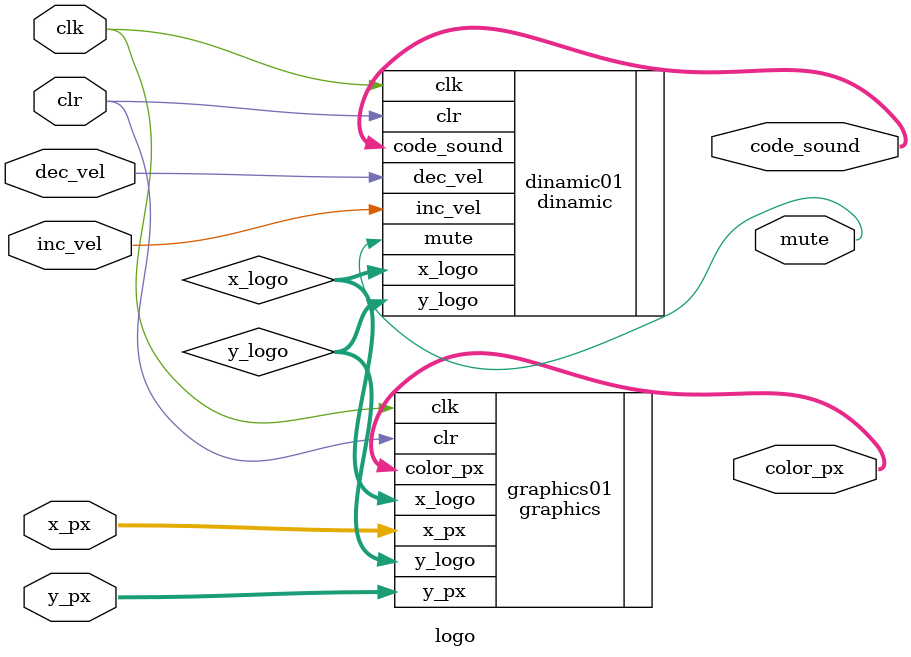
<source format=v>
module logo (
                input  wire        clk,         // System clock.
                input  wire        clr,         // Asynchronous reset.
                input  wire [9:0]  x_px,        // X position for actual pixel.
                input  wire [9:0]  y_px,        // Y position for actual pixel.
                output wire [2:0]  color_px,    // Color for actual pixel.
                input  wire        inc_vel,     // Increase velocity.
                input  wire        dec_vel,     // Decrease velocity.
                output wire        mute,        // Silence the sound.
                output wire [1:0]  code_sound   // Code of sound (ping, pong, go, stop).
            );

    // Registers with logo position.
    reg [9:0] x_logo;
    reg [9:0] y_logo;
/*
    always @(posedge clk)
    begin
        if (clr)
        begin
            x_logo = (640-80)/2;
            y_logo = (480-96)/2;
        end
    end
*/
    // Instance of dinamic part of logo.
    dinamic
    dinamic01 (
            .clk (clk),
            .clr (clr),
            .x_logo (x_logo),
            .y_logo (y_logo),
            .inc_vel (inc_vel),
            .dec_vel (dec_vel),
            .mute(mute),
            .code_sound (code_sound)
    );

    // Instance of graphics part of logo.
    graphics
    graphics01 (
            .clk (clk),
            .clr (clr),
            .x_px (x_px),
            .y_px (y_px),
            .x_logo (x_logo),
            .y_logo (y_logo),
            .color_px (color_px)
    );

endmodule

</source>
